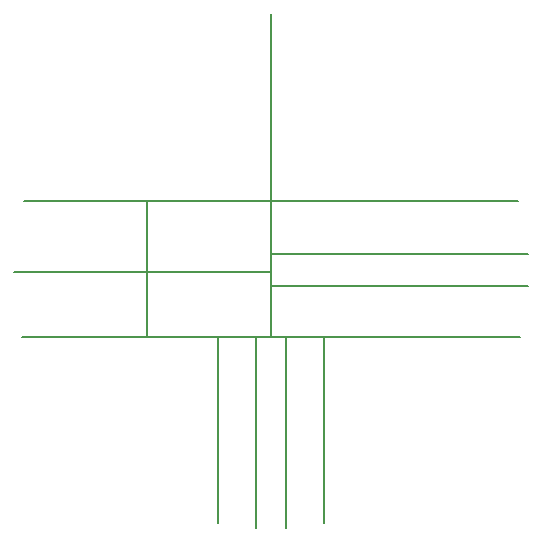
<source format=gbr>
G04 #@! TF.FileFunction,Other,ECO2*
%FSLAX46Y46*%
G04 Gerber Fmt 4.6, Leading zero omitted, Abs format (unit mm)*
G04 Created by KiCad (PCBNEW 4.0.6) date 08/22/17 11:42:26*
%MOMM*%
%LPD*%
G01*
G04 APERTURE LIST*
%ADD10C,0.100000*%
%ADD11C,0.200000*%
G04 APERTURE END LIST*
D10*
D11*
X106000000Y-95500000D02*
X109950000Y-95500000D01*
X105750000Y-100000000D02*
X110750000Y-100000000D01*
X105750000Y-102750000D02*
X110750000Y-102750000D01*
X106000000Y-107000000D02*
X110050000Y-107000000D01*
X93500000Y-122750000D02*
X93500000Y-117500000D01*
X90250000Y-123200000D02*
X90250000Y-117500000D01*
X87750000Y-123200000D02*
X87750000Y-117500000D01*
X84500000Y-117500000D02*
X84500000Y-122750000D01*
X70000000Y-107000000D02*
X67950000Y-107000000D01*
X70000000Y-95500000D02*
X68100000Y-95500000D01*
X70000000Y-101500000D02*
X67250000Y-101500000D01*
X89000000Y-86500000D02*
X89000000Y-79700000D01*
X89000000Y-102750000D02*
X105750000Y-102750000D01*
X105750000Y-100000000D02*
X89000000Y-100000000D01*
X87750000Y-117500000D02*
X87750000Y-107000000D01*
X90250000Y-107000000D02*
X90250000Y-117500000D01*
X93500000Y-107000000D02*
X93500000Y-117500000D01*
X84500000Y-110500000D02*
X84500000Y-107000000D01*
X89000000Y-107000000D02*
X89000000Y-86500000D01*
X84500000Y-110500000D02*
X84500000Y-117500000D01*
X70000000Y-101500000D02*
X89000000Y-101500000D01*
X70000000Y-107000000D02*
X106000000Y-107000000D01*
X78500000Y-95500000D02*
X78500000Y-107000000D01*
X106000000Y-95500000D02*
X70000000Y-95500000D01*
M02*

</source>
